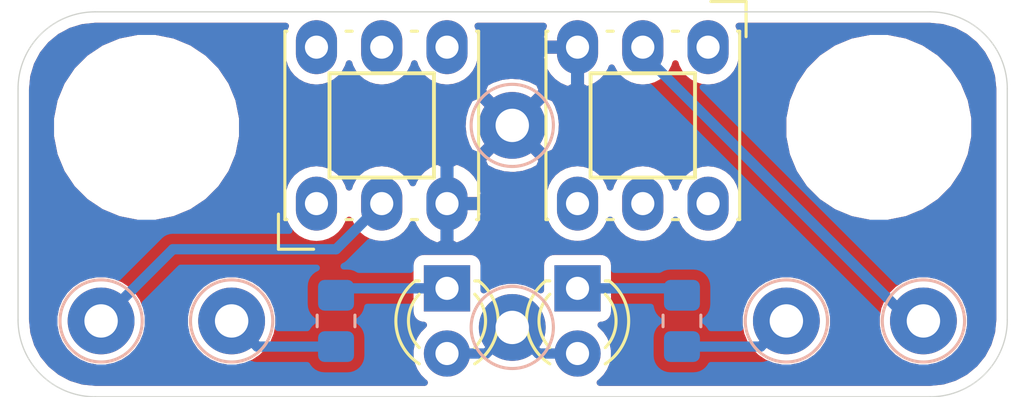
<source format=kicad_pcb>
(kicad_pcb (version 20171130) (host pcbnew 5.1.9+dfsg1-1)

  (general
    (thickness 1.6)
    (drawings 8)
    (tracks 18)
    (zones 0)
    (modules 14)
    (nets 9)
  )

  (page User 200 105.004)
  (layers
    (0 F.Cu signal)
    (31 B.Cu signal)
    (32 B.Adhes user)
    (33 F.Adhes user)
    (34 B.Paste user)
    (35 F.Paste user)
    (36 B.SilkS user)
    (37 F.SilkS user)
    (38 B.Mask user)
    (39 F.Mask user)
    (40 Dwgs.User user hide)
    (41 Cmts.User user hide)
    (42 Eco1.User user)
    (43 Eco2.User user)
    (44 Edge.Cuts user)
    (45 Margin user)
    (46 B.CrtYd user)
    (47 F.CrtYd user)
    (48 B.Fab user hide)
    (49 F.Fab user hide)
  )

  (setup
    (last_trace_width 0.4)
    (user_trace_width 0.3)
    (user_trace_width 0.4)
    (trace_clearance 0.2)
    (zone_clearance 0.4)
    (zone_45_only no)
    (trace_min 0.2)
    (via_size 0.8)
    (via_drill 0.4)
    (via_min_size 0.4)
    (via_min_drill 0.3)
    (uvia_size 0.3)
    (uvia_drill 0.1)
    (uvias_allowed no)
    (uvia_min_size 0.2)
    (uvia_min_drill 0.1)
    (edge_width 0.05)
    (segment_width 0.2)
    (pcb_text_width 0.3)
    (pcb_text_size 1.5 1.5)
    (mod_edge_width 0.12)
    (mod_text_size 1 1)
    (mod_text_width 0.15)
    (pad_size 1.524 1.524)
    (pad_drill 0.762)
    (pad_to_mask_clearance 0)
    (aux_axis_origin 0 0)
    (visible_elements FFFFFF7F)
    (pcbplotparams
      (layerselection 0x010fc_ffffffff)
      (usegerberextensions false)
      (usegerberattributes true)
      (usegerberadvancedattributes true)
      (creategerberjobfile true)
      (excludeedgelayer true)
      (linewidth 0.100000)
      (plotframeref false)
      (viasonmask false)
      (mode 1)
      (useauxorigin false)
      (hpglpennumber 1)
      (hpglpenspeed 20)
      (hpglpendiameter 15.000000)
      (psnegative false)
      (psa4output false)
      (plotreference true)
      (plotvalue true)
      (plotinvisibletext false)
      (padsonsilk false)
      (subtractmaskfromsilk false)
      (outputformat 1)
      (mirror false)
      (drillshape 1)
      (scaleselection 1)
      (outputdirectory ""))
  )

  (net 0 "")
  (net 1 GND)
  (net 2 "Net-(CINPUT1-Pad1)")
  (net 3 "Net-(COUTPUT1-Pad1)")
  (net 4 VCC)
  (net 5 "Net-(D2-Pad1)")
  (net 6 "Net-(CINPUT2-Pad1)")
  (net 7 "Net-(COUTPUT2-Pad1)")
  (net 8 "Net-(D1-Pad1)")

  (net_class Default "This is the default net class."
    (clearance 0.2)
    (trace_width 0.25)
    (via_dia 0.8)
    (via_drill 0.4)
    (uvia_dia 0.3)
    (uvia_drill 0.1)
    (add_net GND)
    (add_net "Net-(CINPUT1-Pad1)")
    (add_net "Net-(CINPUT2-Pad1)")
    (add_net "Net-(COUTPUT1-Pad1)")
    (add_net "Net-(COUTPUT2-Pad1)")
    (add_net "Net-(D1-Pad1)")
    (add_net "Net-(D2-Pad1)")
    (add_net "Net-(SW1-Pad1)")
    (add_net "Net-(SW1-Pad4)")
    (add_net "Net-(SW1-Pad5)")
    (add_net "Net-(SW1-Pad6)")
    (add_net "Net-(SW2-Pad1)")
    (add_net "Net-(SW2-Pad4)")
    (add_net "Net-(SW2-Pad5)")
    (add_net "Net-(SW2-Pad6)")
    (add_net VCC)
  )

  (module Resistor_SMD:R_0805_2012Metric_Pad1.20x1.40mm_HandSolder (layer B.Cu) (tedit 5F68FEEE) (tstamp 61889548)
    (at 100.838 34.544 270)
    (descr "Resistor SMD 0805 (2012 Metric), square (rectangular) end terminal, IPC_7351 nominal with elongated pad for handsoldering. (Body size source: IPC-SM-782 page 72, https://www.pcb-3d.com/wordpress/wp-content/uploads/ipc-sm-782a_amendment_1_and_2.pdf), generated with kicad-footprint-generator")
    (tags "resistor handsolder")
    (path /61880209)
    (attr smd)
    (fp_text reference R1 (at -2.794 0 90) (layer B.SilkS) hide
      (effects (font (size 1 1) (thickness 0.15)) (justify mirror))
    )
    (fp_text value 1k (at 0 -1.65 90) (layer B.Fab)
      (effects (font (size 1 1) (thickness 0.15)) (justify mirror))
    )
    (fp_line (start -1 -0.625) (end -1 0.625) (layer B.Fab) (width 0.1))
    (fp_line (start -1 0.625) (end 1 0.625) (layer B.Fab) (width 0.1))
    (fp_line (start 1 0.625) (end 1 -0.625) (layer B.Fab) (width 0.1))
    (fp_line (start 1 -0.625) (end -1 -0.625) (layer B.Fab) (width 0.1))
    (fp_line (start -0.227064 0.735) (end 0.227064 0.735) (layer B.SilkS) (width 0.12))
    (fp_line (start -0.227064 -0.735) (end 0.227064 -0.735) (layer B.SilkS) (width 0.12))
    (fp_line (start -1.85 -0.95) (end -1.85 0.95) (layer B.CrtYd) (width 0.05))
    (fp_line (start -1.85 0.95) (end 1.85 0.95) (layer B.CrtYd) (width 0.05))
    (fp_line (start 1.85 0.95) (end 1.85 -0.95) (layer B.CrtYd) (width 0.05))
    (fp_line (start 1.85 -0.95) (end -1.85 -0.95) (layer B.CrtYd) (width 0.05))
    (fp_text user %R (at 0 0 90) (layer B.Fab)
      (effects (font (size 0.5 0.5) (thickness 0.08)) (justify mirror))
    )
    (pad 2 smd roundrect (at 1 0 270) (size 1.2 1.4) (layers B.Cu B.Paste B.Mask) (roundrect_rratio 0.208333)
      (net 2 "Net-(CINPUT1-Pad1)"))
    (pad 1 smd roundrect (at -1 0 270) (size 1.2 1.4) (layers B.Cu B.Paste B.Mask) (roundrect_rratio 0.208333)
      (net 8 "Net-(D1-Pad1)"))
    (model ${KISYS3DMOD}/Resistor_SMD.3dshapes/R_0805_2012Metric.wrl
      (at (xyz 0 0 0))
      (scale (xyz 1 1 1))
      (rotate (xyz 0 0 0))
    )
  )

  (module LED_THT:LED_D3.0mm (layer F.Cu) (tedit 587A3A7B) (tstamp 618894FD)
    (at 96.774 33.274 270)
    (descr "LED, diameter 3.0mm, 2 pins")
    (tags "LED diameter 3.0mm 2 pins")
    (path /6187E726)
    (fp_text reference D1 (at 1.27 -3.048 90) (layer F.SilkS) hide
      (effects (font (size 1 1) (thickness 0.15)))
    )
    (fp_text value LED (at 1.27 2.96 90) (layer F.Fab)
      (effects (font (size 1 1) (thickness 0.15)))
    )
    (fp_circle (center 1.27 0) (end 2.77 0) (layer F.Fab) (width 0.1))
    (fp_line (start -0.23 -1.16619) (end -0.23 1.16619) (layer F.Fab) (width 0.1))
    (fp_line (start -0.29 -1.236) (end -0.29 -1.08) (layer F.SilkS) (width 0.12))
    (fp_line (start -0.29 1.08) (end -0.29 1.236) (layer F.SilkS) (width 0.12))
    (fp_line (start -1.15 -2.25) (end -1.15 2.25) (layer F.CrtYd) (width 0.05))
    (fp_line (start -1.15 2.25) (end 3.7 2.25) (layer F.CrtYd) (width 0.05))
    (fp_line (start 3.7 2.25) (end 3.7 -2.25) (layer F.CrtYd) (width 0.05))
    (fp_line (start 3.7 -2.25) (end -1.15 -2.25) (layer F.CrtYd) (width 0.05))
    (fp_arc (start 1.27 0) (end 0.229039 1.08) (angle -87.9) (layer F.SilkS) (width 0.12))
    (fp_arc (start 1.27 0) (end 0.229039 -1.08) (angle 87.9) (layer F.SilkS) (width 0.12))
    (fp_arc (start 1.27 0) (end -0.29 1.235516) (angle -108.8) (layer F.SilkS) (width 0.12))
    (fp_arc (start 1.27 0) (end -0.29 -1.235516) (angle 108.8) (layer F.SilkS) (width 0.12))
    (fp_arc (start 1.27 0) (end -0.23 -1.16619) (angle 284.3) (layer F.Fab) (width 0.1))
    (pad 2 thru_hole circle (at 2.54 0 270) (size 1.8 1.8) (drill 0.9) (layers *.Cu *.Mask)
      (net 4 VCC))
    (pad 1 thru_hole rect (at 0 0 270) (size 1.8 1.8) (drill 0.9) (layers *.Cu *.Mask)
      (net 8 "Net-(D1-Pad1)"))
    (model ${KISYS3DMOD}/LED_THT.3dshapes/LED_D3.0mm.wrl
      (at (xyz 0 0 0))
      (scale (xyz 1 1 1))
      (rotate (xyz 0 0 0))
    )
  )

  (module Switch_KMZ:KLS7 (layer F.Cu) (tedit 61882A3D) (tstamp 61BCF24C)
    (at 99.314 26.924 270)
    (path /61BDCEB1)
    (fp_text reference SW2 (at 0 4.826 90) (layer F.SilkS) hide
      (effects (font (size 1 1) (thickness 0.15)))
    )
    (fp_text value SW_Push_DPDT (at 0 -4.826 90) (layer F.Fab)
      (effects (font (size 1 1) (thickness 0.15)))
    )
    (fp_line (start 4.572 -3.9) (end -4.572 -3.9) (layer F.CrtYd) (width 0.05))
    (fp_line (start -3.67 3.77) (end 3.67 3.77) (layer F.SilkS) (width 0.12))
    (fp_line (start -3.67 1.15) (end -3.67 1.39) (layer F.SilkS) (width 0.12))
    (fp_line (start -4.826 -4.02) (end -3.456 -4.02) (layer F.SilkS) (width 0.12))
    (fp_line (start 3.67 -3.77) (end 3.67 -3.69) (layer F.SilkS) (width 0.12))
    (fp_line (start -3.556 -3.65) (end 3.55 -3.65) (layer F.Fab) (width 0.1))
    (fp_line (start -3.67 3.69) (end -3.67 3.77) (layer F.SilkS) (width 0.12))
    (fp_line (start -3.67 -1.39) (end -3.67 -1.15) (layer F.SilkS) (width 0.12))
    (fp_line (start 3.67 3.77) (end 3.67 3.69) (layer F.SilkS) (width 0.12))
    (fp_line (start 3.67 -1.39) (end 3.67 -1.15) (layer F.SilkS) (width 0.12))
    (fp_line (start -3.67 -3.77) (end 3.67 -3.77) (layer F.SilkS) (width 0.12))
    (fp_line (start -3.67 -3.69) (end -3.67 -3.77) (layer F.SilkS) (width 0.12))
    (fp_line (start 3.67 1.15) (end 3.67 1.39) (layer F.SilkS) (width 0.12))
    (fp_line (start -4.826 -2.65) (end -4.826 -4.02) (layer F.SilkS) (width 0.12))
    (fp_line (start -4.572 3.9) (end 4.572 3.9) (layer F.CrtYd) (width 0.05))
    (fp_line (start 3.55 3.65) (end -3.55 3.65) (layer F.Fab) (width 0.1))
    (fp_line (start 3.55 -3.65) (end 3.55 3.65) (layer F.Fab) (width 0.1))
    (fp_line (start 4.572 3.9) (end 4.572 -3.9) (layer F.CrtYd) (width 0.05))
    (fp_line (start -3.55 3.65) (end -3.55 -3.556) (layer F.Fab) (width 0.1))
    (fp_line (start -4.572 -3.9) (end -4.572 3.9) (layer F.CrtYd) (width 0.05))
    (fp_line (start -2.032 -2.032) (end -2.032 2.032) (layer F.SilkS) (width 0.15))
    (fp_line (start -2.032 2.032) (end 2.032 2.032) (layer F.SilkS) (width 0.15))
    (fp_line (start 2.032 2.032) (end 2.032 -2.032) (layer F.SilkS) (width 0.15))
    (fp_line (start 2.032 -2.032) (end -2.032 -2.032) (layer F.SilkS) (width 0.15))
    (pad 6 thru_hole oval (at 3.048 0 270) (size 2.1 1.6) (drill 0.9) (layers *.Cu *.Mask))
    (pad 4 thru_hole oval (at 3.048 2.54 270) (size 2.1 1.6) (drill 0.9) (layers *.Cu *.Mask))
    (pad 2 thru_hole oval (at -3.048 2.54 270) (size 2.1 1.6) (drill 0.9) (layers *.Cu *.Mask)
      (net 1 GND))
    (pad 1 thru_hole oval (at -3.048 -2.54 270) (size 2.1 1.6) (drill 0.9) (layers *.Cu *.Mask))
    (pad 3 thru_hole oval (at -3.048 0 270) (size 2.1 1.6) (drill 0.9) (layers *.Cu *.Mask)
      (net 7 "Net-(COUTPUT2-Pad1)"))
    (pad 5 thru_hole oval (at 3.048 -2.54 270) (size 2.1 1.6) (drill 0.9) (layers *.Cu *.Mask))
  )

  (module Switch_KMZ:KLS7 (layer F.Cu) (tedit 61882A3D) (tstamp 61BCF22A)
    (at 89.154 26.924 90)
    (path /61BCF24A)
    (fp_text reference SW1 (at 0 4.826 90) (layer F.SilkS) hide
      (effects (font (size 1 1) (thickness 0.15)))
    )
    (fp_text value SW_Push_DPDT (at 0 -4.826 90) (layer F.Fab)
      (effects (font (size 1 1) (thickness 0.15)))
    )
    (fp_line (start 4.572 -3.9) (end -4.572 -3.9) (layer F.CrtYd) (width 0.05))
    (fp_line (start -3.67 3.77) (end 3.67 3.77) (layer F.SilkS) (width 0.12))
    (fp_line (start -3.67 1.15) (end -3.67 1.39) (layer F.SilkS) (width 0.12))
    (fp_line (start -4.826 -4.02) (end -3.456 -4.02) (layer F.SilkS) (width 0.12))
    (fp_line (start 3.67 -3.77) (end 3.67 -3.69) (layer F.SilkS) (width 0.12))
    (fp_line (start -3.556 -3.65) (end 3.55 -3.65) (layer F.Fab) (width 0.1))
    (fp_line (start -3.67 3.69) (end -3.67 3.77) (layer F.SilkS) (width 0.12))
    (fp_line (start -3.67 -1.39) (end -3.67 -1.15) (layer F.SilkS) (width 0.12))
    (fp_line (start 3.67 3.77) (end 3.67 3.69) (layer F.SilkS) (width 0.12))
    (fp_line (start 3.67 -1.39) (end 3.67 -1.15) (layer F.SilkS) (width 0.12))
    (fp_line (start -3.67 -3.77) (end 3.67 -3.77) (layer F.SilkS) (width 0.12))
    (fp_line (start -3.67 -3.69) (end -3.67 -3.77) (layer F.SilkS) (width 0.12))
    (fp_line (start 3.67 1.15) (end 3.67 1.39) (layer F.SilkS) (width 0.12))
    (fp_line (start -4.826 -2.65) (end -4.826 -4.02) (layer F.SilkS) (width 0.12))
    (fp_line (start -4.572 3.9) (end 4.572 3.9) (layer F.CrtYd) (width 0.05))
    (fp_line (start 3.55 3.65) (end -3.55 3.65) (layer F.Fab) (width 0.1))
    (fp_line (start 3.55 -3.65) (end 3.55 3.65) (layer F.Fab) (width 0.1))
    (fp_line (start 4.572 3.9) (end 4.572 -3.9) (layer F.CrtYd) (width 0.05))
    (fp_line (start -3.55 3.65) (end -3.55 -3.556) (layer F.Fab) (width 0.1))
    (fp_line (start -4.572 -3.9) (end -4.572 3.9) (layer F.CrtYd) (width 0.05))
    (fp_line (start -2.032 -2.032) (end -2.032 2.032) (layer F.SilkS) (width 0.15))
    (fp_line (start -2.032 2.032) (end 2.032 2.032) (layer F.SilkS) (width 0.15))
    (fp_line (start 2.032 2.032) (end 2.032 -2.032) (layer F.SilkS) (width 0.15))
    (fp_line (start 2.032 -2.032) (end -2.032 -2.032) (layer F.SilkS) (width 0.15))
    (pad 6 thru_hole oval (at 3.048 0 90) (size 2.1 1.6) (drill 0.9) (layers *.Cu *.Mask))
    (pad 4 thru_hole oval (at 3.048 2.54 90) (size 2.1 1.6) (drill 0.9) (layers *.Cu *.Mask))
    (pad 2 thru_hole oval (at -3.048 2.54 90) (size 2.1 1.6) (drill 0.9) (layers *.Cu *.Mask)
      (net 1 GND))
    (pad 1 thru_hole oval (at -3.048 -2.54 90) (size 2.1 1.6) (drill 0.9) (layers *.Cu *.Mask))
    (pad 3 thru_hole oval (at -3.048 0 90) (size 2.1 1.6) (drill 0.9) (layers *.Cu *.Mask)
      (net 3 "Net-(COUTPUT1-Pad1)"))
    (pad 5 thru_hole oval (at 3.048 -2.54 90) (size 2.1 1.6) (drill 0.9) (layers *.Cu *.Mask))
  )

  (module Resistor_SMD:R_0805_2012Metric_Pad1.20x1.40mm_HandSolder (layer B.Cu) (tedit 5F68FEEE) (tstamp 61BCF208)
    (at 87.376 34.544 270)
    (descr "Resistor SMD 0805 (2012 Metric), square (rectangular) end terminal, IPC_7351 nominal with elongated pad for handsoldering. (Body size source: IPC-SM-782 page 72, https://www.pcb-3d.com/wordpress/wp-content/uploads/ipc-sm-782a_amendment_1_and_2.pdf), generated with kicad-footprint-generator")
    (tags "resistor handsolder")
    (path /61BEEDCF)
    (attr smd)
    (fp_text reference R2 (at 0 1.65 90) (layer B.SilkS) hide
      (effects (font (size 1 1) (thickness 0.15)) (justify mirror))
    )
    (fp_text value 1k (at 0 -1.65 90) (layer B.Fab)
      (effects (font (size 1 1) (thickness 0.15)) (justify mirror))
    )
    (fp_text user %R (at 0 0 90) (layer B.Fab)
      (effects (font (size 0.5 0.5) (thickness 0.08)) (justify mirror))
    )
    (fp_line (start -1 -0.625) (end -1 0.625) (layer B.Fab) (width 0.1))
    (fp_line (start -1 0.625) (end 1 0.625) (layer B.Fab) (width 0.1))
    (fp_line (start 1 0.625) (end 1 -0.625) (layer B.Fab) (width 0.1))
    (fp_line (start 1 -0.625) (end -1 -0.625) (layer B.Fab) (width 0.1))
    (fp_line (start -0.227064 0.735) (end 0.227064 0.735) (layer B.SilkS) (width 0.12))
    (fp_line (start -0.227064 -0.735) (end 0.227064 -0.735) (layer B.SilkS) (width 0.12))
    (fp_line (start -1.85 -0.95) (end -1.85 0.95) (layer B.CrtYd) (width 0.05))
    (fp_line (start -1.85 0.95) (end 1.85 0.95) (layer B.CrtYd) (width 0.05))
    (fp_line (start 1.85 0.95) (end 1.85 -0.95) (layer B.CrtYd) (width 0.05))
    (fp_line (start 1.85 -0.95) (end -1.85 -0.95) (layer B.CrtYd) (width 0.05))
    (pad 2 smd roundrect (at 1 0 270) (size 1.2 1.4) (layers B.Cu B.Paste B.Mask) (roundrect_rratio 0.208333)
      (net 6 "Net-(CINPUT2-Pad1)"))
    (pad 1 smd roundrect (at -1 0 270) (size 1.2 1.4) (layers B.Cu B.Paste B.Mask) (roundrect_rratio 0.208333)
      (net 5 "Net-(D2-Pad1)"))
    (model ${KISYS3DMOD}/Resistor_SMD.3dshapes/R_0805_2012Metric.wrl
      (at (xyz 0 0 0))
      (scale (xyz 1 1 1))
      (rotate (xyz 0 0 0))
    )
  )

  (module LED_THT:LED_D3.0mm (layer F.Cu) (tedit 587A3A7B) (tstamp 61BCF1BB)
    (at 91.694 33.274 270)
    (descr "LED, diameter 3.0mm, 2 pins")
    (tags "LED diameter 3.0mm 2 pins")
    (path /61BEEDC9)
    (fp_text reference D2 (at 1.27 -2.96 90) (layer F.SilkS) hide
      (effects (font (size 1 1) (thickness 0.15)))
    )
    (fp_text value LED (at 1.27 2.96 90) (layer F.Fab)
      (effects (font (size 1 1) (thickness 0.15)))
    )
    (fp_arc (start 1.27 0) (end 0.229039 1.08) (angle -87.9) (layer F.SilkS) (width 0.12))
    (fp_arc (start 1.27 0) (end 0.229039 -1.08) (angle 87.9) (layer F.SilkS) (width 0.12))
    (fp_arc (start 1.27 0) (end -0.29 1.235516) (angle -108.8) (layer F.SilkS) (width 0.12))
    (fp_arc (start 1.27 0) (end -0.29 -1.235516) (angle 108.8) (layer F.SilkS) (width 0.12))
    (fp_arc (start 1.27 0) (end -0.23 -1.16619) (angle 284.3) (layer F.Fab) (width 0.1))
    (fp_circle (center 1.27 0) (end 2.77 0) (layer F.Fab) (width 0.1))
    (fp_line (start -0.23 -1.16619) (end -0.23 1.16619) (layer F.Fab) (width 0.1))
    (fp_line (start -0.29 -1.236) (end -0.29 -1.08) (layer F.SilkS) (width 0.12))
    (fp_line (start -0.29 1.08) (end -0.29 1.236) (layer F.SilkS) (width 0.12))
    (fp_line (start -1.15 -2.25) (end -1.15 2.25) (layer F.CrtYd) (width 0.05))
    (fp_line (start -1.15 2.25) (end 3.7 2.25) (layer F.CrtYd) (width 0.05))
    (fp_line (start 3.7 2.25) (end 3.7 -2.25) (layer F.CrtYd) (width 0.05))
    (fp_line (start 3.7 -2.25) (end -1.15 -2.25) (layer F.CrtYd) (width 0.05))
    (pad 2 thru_hole circle (at 2.54 0 270) (size 1.8 1.8) (drill 0.9) (layers *.Cu *.Mask)
      (net 4 VCC))
    (pad 1 thru_hole rect (at 0 0 270) (size 1.8 1.8) (drill 0.9) (layers *.Cu *.Mask)
      (net 5 "Net-(D2-Pad1)"))
    (model ${KISYS3DMOD}/LED_THT.3dshapes/LED_D3.0mm.wrl
      (at (xyz 0 0 0))
      (scale (xyz 1 1 1))
      (rotate (xyz 0 0 0))
    )
  )

  (module Connector_Pin:Pin_D1.3mm_L11.0mm (layer B.Cu) (tedit 5A1DC085) (tstamp 61BCF196)
    (at 110.236 34.544)
    (descr "solder Pin_ diameter 1.3mm, hole diameter 1.3mm, length 11.0mm")
    (tags "solder Pin_ pressfit")
    (path /61BE9410)
    (fp_text reference COUTPUT2 (at 0 -2.4) (layer B.SilkS) hide
      (effects (font (size 1 1) (thickness 0.15)) (justify mirror))
    )
    (fp_text value pad (at 0 2.05) (layer B.Fab)
      (effects (font (size 1 1) (thickness 0.15)) (justify mirror))
    )
    (fp_text user %R (at 0 -2.4) (layer B.Fab)
      (effects (font (size 1 1) (thickness 0.15)) (justify mirror))
    )
    (fp_circle (center 0 0) (end 1.8 0) (layer B.CrtYd) (width 0.05))
    (fp_circle (center 0 0) (end 0.65 0.05) (layer B.Fab) (width 0.12))
    (fp_circle (center 0 0) (end 1.25 0.05) (layer B.Fab) (width 0.12))
    (fp_circle (center 0 0) (end 1.6 -0.05) (layer B.SilkS) (width 0.12))
    (pad 1 thru_hole circle (at 0 0) (size 2.6 2.6) (drill 1.3) (layers *.Cu *.Mask)
      (net 7 "Net-(COUTPUT2-Pad1)"))
    (model ${KISYS3DMOD}/Connector_Pin.3dshapes/Pin_D1.3mm_L11.0mm.wrl
      (at (xyz 0 0 0))
      (scale (xyz 1 1 1))
      (rotate (xyz 0 0 0))
    )
  )

  (module Connector_Pin:Pin_D1.3mm_L11.0mm (layer B.Cu) (tedit 5A1DC085) (tstamp 61BCF17A)
    (at 83.312 34.544)
    (descr "solder Pin_ diameter 1.3mm, hole diameter 1.3mm, length 11.0mm")
    (tags "solder Pin_ pressfit")
    (path /61BEEDDD)
    (fp_text reference CINPUT2 (at 0 -2.4) (layer B.SilkS) hide
      (effects (font (size 1 1) (thickness 0.15)) (justify mirror))
    )
    (fp_text value pad (at 0 2.05) (layer B.Fab)
      (effects (font (size 1 1) (thickness 0.15)) (justify mirror))
    )
    (fp_text user %R (at 0 -2.4) (layer B.Fab)
      (effects (font (size 1 1) (thickness 0.15)) (justify mirror))
    )
    (fp_circle (center 0 0) (end 1.8 0) (layer B.CrtYd) (width 0.05))
    (fp_circle (center 0 0) (end 0.65 0.05) (layer B.Fab) (width 0.12))
    (fp_circle (center 0 0) (end 1.25 0.05) (layer B.Fab) (width 0.12))
    (fp_circle (center 0 0) (end 1.6 -0.05) (layer B.SilkS) (width 0.12))
    (pad 1 thru_hole circle (at 0 0) (size 2.6 2.6) (drill 1.3) (layers *.Cu *.Mask)
      (net 6 "Net-(CINPUT2-Pad1)"))
    (model ${KISYS3DMOD}/Connector_Pin.3dshapes/Pin_D1.3mm_L11.0mm.wrl
      (at (xyz 0 0 0))
      (scale (xyz 1 1 1))
      (rotate (xyz 0 0 0))
    )
  )

  (module Connector_Pin:Pin_D1.3mm_L11.0mm (layer B.Cu) (tedit 5A1DC085) (tstamp 61BCF15E)
    (at 94.234 26.924)
    (descr "solder Pin_ diameter 1.3mm, hole diameter 1.3mm, length 11.0mm")
    (tags "solder Pin_ pressfit")
    (path /61BFB8DD)
    (fp_text reference C2 (at 0 -2.4) (layer B.SilkS) hide
      (effects (font (size 1 1) (thickness 0.15)) (justify mirror))
    )
    (fp_text value pad (at 0 2.05) (layer B.Fab)
      (effects (font (size 1 1) (thickness 0.15)) (justify mirror))
    )
    (fp_text user %R (at 0 -2.4) (layer B.Fab)
      (effects (font (size 1 1) (thickness 0.15)) (justify mirror))
    )
    (fp_circle (center 0 0) (end 1.8 0) (layer B.CrtYd) (width 0.05))
    (fp_circle (center 0 0) (end 0.65 0.05) (layer B.Fab) (width 0.12))
    (fp_circle (center 0 0) (end 1.25 0.05) (layer B.Fab) (width 0.12))
    (fp_circle (center 0 0) (end 1.6 -0.05) (layer B.SilkS) (width 0.12))
    (pad 1 thru_hole circle (at 0 0) (size 2.6 2.6) (drill 1.3) (layers *.Cu *.Mask)
      (net 1 GND))
    (model ${KISYS3DMOD}/Connector_Pin.3dshapes/Pin_D1.3mm_L11.0mm.wrl
      (at (xyz 0 0 0))
      (scale (xyz 1 1 1))
      (rotate (xyz 0 0 0))
    )
  )

  (module Connector_Pin:Pin_D1.3mm_L11.0mm (layer B.Cu) (tedit 5A1DC085) (tstamp 61BCF154)
    (at 94.234 34.798)
    (descr "solder Pin_ diameter 1.3mm, hole diameter 1.3mm, length 11.0mm")
    (tags "solder Pin_ pressfit")
    (path /61BF9432)
    (fp_text reference C1 (at 0 -2.4) (layer B.SilkS) hide
      (effects (font (size 1 1) (thickness 0.15)) (justify mirror))
    )
    (fp_text value pad (at 0 2.05) (layer B.Fab)
      (effects (font (size 1 1) (thickness 0.15)) (justify mirror))
    )
    (fp_text user %R (at 0 -2.4) (layer B.Fab)
      (effects (font (size 1 1) (thickness 0.15)) (justify mirror))
    )
    (fp_circle (center 0 0) (end 1.8 0) (layer B.CrtYd) (width 0.05))
    (fp_circle (center 0 0) (end 0.65 0.05) (layer B.Fab) (width 0.12))
    (fp_circle (center 0 0) (end 1.25 0.05) (layer B.Fab) (width 0.12))
    (fp_circle (center 0 0) (end 1.6 -0.05) (layer B.SilkS) (width 0.12))
    (pad 1 thru_hole circle (at 0 0) (size 2.6 2.6) (drill 1.3) (layers *.Cu *.Mask)
      (net 4 VCC))
    (model ${KISYS3DMOD}/Connector_Pin.3dshapes/Pin_D1.3mm_L11.0mm.wrl
      (at (xyz 0 0 0))
      (scale (xyz 1 1 1))
      (rotate (xyz 0 0 0))
    )
  )

  (module MountingHole:MountingHole_3.2mm_M3 (layer F.Cu) (tedit 56D1B4CB) (tstamp 61889A18)
    (at 108.5 27)
    (descr "Mounting Hole 3.2mm, no annular, M3")
    (tags "mounting hole 3.2mm no annular m3")
    (path /61886D3D)
    (clearance 2)
    (attr virtual)
    (fp_text reference H2 (at 0 -4.2) (layer F.SilkS) hide
      (effects (font (size 1 1) (thickness 0.15)))
    )
    (fp_text value MountingHole (at 0 4.2) (layer F.Fab)
      (effects (font (size 1 1) (thickness 0.15)))
    )
    (fp_circle (center 0 0) (end 3.2 0) (layer Cmts.User) (width 0.15))
    (fp_circle (center 0 0) (end 3.45 0) (layer F.CrtYd) (width 0.05))
    (fp_text user %R (at 0.3 0) (layer F.Fab)
      (effects (font (size 1 1) (thickness 0.15)))
    )
    (pad 1 np_thru_hole circle (at 0 0) (size 3.2 3.2) (drill 3.2) (layers *.Cu *.Mask))
  )

  (module MountingHole:MountingHole_3.2mm_M3 (layer F.Cu) (tedit 56D1B4CB) (tstamp 61889A10)
    (at 80 27 90)
    (descr "Mounting Hole 3.2mm, no annular, M3")
    (tags "mounting hole 3.2mm no annular m3")
    (path /61883B3D)
    (clearance 2)
    (attr virtual)
    (fp_text reference H1 (at 0 -4.2 90) (layer F.SilkS) hide
      (effects (font (size 1 1) (thickness 0.15)))
    )
    (fp_text value MountingHole (at 0 4.2 90) (layer F.Fab)
      (effects (font (size 1 1) (thickness 0.15)))
    )
    (fp_circle (center 0 0) (end 3.2 0) (layer Cmts.User) (width 0.15))
    (fp_circle (center 0 0) (end 3.45 0) (layer F.CrtYd) (width 0.05))
    (fp_text user %R (at 0.3 0 90) (layer F.Fab)
      (effects (font (size 1 1) (thickness 0.15)))
    )
    (pad 1 np_thru_hole circle (at 0 0 90) (size 3.2 3.2) (drill 3.2) (layers *.Cu *.Mask))
  )

  (module Connector_Pin:Pin_D1.3mm_L11.0mm (layer B.Cu) (tedit 5A1DC085) (tstamp 61BBADF0)
    (at 78.232 34.544)
    (descr "solder Pin_ diameter 1.3mm, hole diameter 1.3mm, length 11.0mm")
    (tags "solder Pin_ pressfit")
    (path /61887291)
    (fp_text reference COUTPUT1 (at 2.794 -1.778) (layer B.SilkS) hide
      (effects (font (size 1 1) (thickness 0.15)) (justify mirror))
    )
    (fp_text value pad (at 0 2.05) (layer B.Fab)
      (effects (font (size 1 1) (thickness 0.15)) (justify mirror))
    )
    (fp_circle (center 0 0) (end 1.8 0) (layer B.CrtYd) (width 0.05))
    (fp_circle (center 0 0) (end 0.65 0.05) (layer B.Fab) (width 0.12))
    (fp_circle (center 0 0) (end 1.25 0.05) (layer B.Fab) (width 0.12))
    (fp_circle (center 0 0) (end 1.6 -0.05) (layer B.SilkS) (width 0.12))
    (fp_text user %R (at 0 -2.4) (layer B.Fab)
      (effects (font (size 1 1) (thickness 0.15)) (justify mirror))
    )
    (pad 1 thru_hole circle (at 0 0) (size 2.6 2.6) (drill 1.3) (layers *.Cu *.Mask)
      (net 3 "Net-(COUTPUT1-Pad1)"))
    (model ${KISYS3DMOD}/Connector_Pin.3dshapes/Pin_D1.3mm_L11.0mm.wrl
      (at (xyz 0 0 0))
      (scale (xyz 1 1 1))
      (rotate (xyz 0 0 0))
    )
  )

  (module Connector_Pin:Pin_D1.3mm_L11.0mm (layer B.Cu) (tedit 5A1DC085) (tstamp 6188B87B)
    (at 104.902 34.544)
    (descr "solder Pin_ diameter 1.3mm, hole diameter 1.3mm, length 11.0mm")
    (tags "solder Pin_ pressfit")
    (path /61885982)
    (fp_text reference CINPUT1 (at 0 2.794) (layer B.SilkS) hide
      (effects (font (size 1 1) (thickness 0.15)) (justify mirror))
    )
    (fp_text value pad (at 0 2.05) (layer B.Fab)
      (effects (font (size 1 1) (thickness 0.15)) (justify mirror))
    )
    (fp_circle (center 0 0) (end 1.8 0) (layer B.CrtYd) (width 0.05))
    (fp_circle (center 0 0) (end 0.65 0.05) (layer B.Fab) (width 0.12))
    (fp_circle (center 0 0) (end 1.25 0.05) (layer B.Fab) (width 0.12))
    (fp_circle (center 0 0) (end 1.6 -0.05) (layer B.SilkS) (width 0.12))
    (fp_text user %R (at 0 -2.4) (layer B.Fab)
      (effects (font (size 1 1) (thickness 0.15)) (justify mirror))
    )
    (pad 1 thru_hole circle (at 0 0) (size 2.6 2.6) (drill 1.3) (layers *.Cu *.Mask)
      (net 2 "Net-(CINPUT1-Pad1)"))
    (model ${KISYS3DMOD}/Connector_Pin.3dshapes/Pin_D1.3mm_L11.0mm.wrl
      (at (xyz 0 0 0))
      (scale (xyz 1 1 1))
      (rotate (xyz 0 0 0))
    )
  )

  (gr_line (start 78 37.5) (end 110.5 37.5) (layer Edge.Cuts) (width 0.05) (tstamp 61889DC9))
  (gr_arc (start 78 34.5) (end 75 34.5) (angle -90) (layer Edge.Cuts) (width 0.05))
  (gr_arc (start 110.5 34.5) (end 110.5 37.5) (angle -90) (layer Edge.Cuts) (width 0.05))
  (gr_line (start 113.5 25.5) (end 113.5 34.5) (layer Edge.Cuts) (width 0.05))
  (gr_line (start 75 25.5) (end 75 34.5) (layer Edge.Cuts) (width 0.05))
  (gr_arc (start 110.5 25.5) (end 113.5 25.5) (angle -90) (layer Edge.Cuts) (width 0.05))
  (gr_arc (start 78 25.5) (end 78 22.5) (angle -90) (layer Edge.Cuts) (width 0.05))
  (gr_line (start 110.5 22.5) (end 78 22.5) (layer Edge.Cuts) (width 0.05))

  (segment (start 103.902 35.544) (end 104.902 34.544) (width 0.4) (layer B.Cu) (net 2))
  (segment (start 100.838 35.544) (end 103.902 35.544) (width 0.4) (layer B.Cu) (net 2))
  (segment (start 89.154 29.972) (end 87.376 31.75) (width 0.4) (layer B.Cu) (net 3))
  (segment (start 81.026 31.75) (end 78.232 34.544) (width 0.4) (layer B.Cu) (net 3))
  (segment (start 87.376 31.75) (end 81.026 31.75) (width 0.4) (layer B.Cu) (net 3))
  (segment (start 93.218 35.814) (end 94.234 34.798) (width 0.4) (layer B.Cu) (net 4))
  (segment (start 91.694 35.814) (end 93.218 35.814) (width 0.4) (layer B.Cu) (net 4))
  (segment (start 95.25 35.814) (end 94.234 34.798) (width 0.4) (layer B.Cu) (net 4))
  (segment (start 96.774 35.814) (end 95.25 35.814) (width 0.4) (layer B.Cu) (net 4))
  (segment (start 87.646 33.274) (end 87.376 33.544) (width 0.4) (layer B.Cu) (net 5))
  (segment (start 91.694 33.274) (end 87.646 33.274) (width 0.4) (layer B.Cu) (net 5))
  (segment (start 84.312 35.544) (end 83.312 34.544) (width 0.4) (layer B.Cu) (net 6))
  (segment (start 87.376 35.544) (end 84.312 35.544) (width 0.4) (layer B.Cu) (net 6))
  (segment (start 109.728 34.544) (end 110.236 34.544) (width 0.4) (layer B.Cu) (net 7))
  (segment (start 99.314 24.13) (end 109.728 34.544) (width 0.4) (layer B.Cu) (net 7))
  (segment (start 99.314 23.876) (end 99.314 24.13) (width 0.4) (layer B.Cu) (net 7))
  (segment (start 100.568 33.274) (end 100.838 33.544) (width 0.4) (layer B.Cu) (net 8))
  (segment (start 96.774 33.274) (end 100.568 33.274) (width 0.4) (layer B.Cu) (net 8))

  (zone (net 1) (net_name GND) (layer B.Cu) (tstamp 0) (hatch edge 0.508)
    (connect_pads (clearance 0.4))
    (min_thickness 0.254)
    (fill yes (arc_segments 32) (thermal_gap 0.508) (thermal_bridge_width 0.508))
    (polygon
      (pts
        (xy 113.5 37.5) (xy 75 37.5) (xy 75 22.5) (xy 113.5 22.5)
      )
    )
    (filled_polygon
      (pts
        (xy 85.382081 23.115723) (xy 85.306201 23.365864) (xy 85.287 23.560817) (xy 85.287 24.191184) (xy 85.306201 24.386137)
        (xy 85.382081 24.636278) (xy 85.505302 24.866808) (xy 85.671131 25.06887) (xy 85.873193 25.234698) (xy 86.103723 25.357919)
        (xy 86.353864 25.433799) (xy 86.614 25.45942) (xy 86.874137 25.433799) (xy 87.124278 25.357919) (xy 87.354808 25.234698)
        (xy 87.55687 25.06887) (xy 87.722698 24.866808) (xy 87.845919 24.636277) (xy 87.884 24.510742) (xy 87.922081 24.636278)
        (xy 88.045302 24.866808) (xy 88.211131 25.06887) (xy 88.413193 25.234698) (xy 88.643723 25.357919) (xy 88.893864 25.433799)
        (xy 89.154 25.45942) (xy 89.414137 25.433799) (xy 89.664278 25.357919) (xy 89.894808 25.234698) (xy 90.09687 25.06887)
        (xy 90.262698 24.866808) (xy 90.385919 24.636277) (xy 90.424 24.510742) (xy 90.462081 24.636278) (xy 90.585302 24.866808)
        (xy 90.751131 25.06887) (xy 90.953193 25.234698) (xy 91.183723 25.357919) (xy 91.433864 25.433799) (xy 91.694 25.45942)
        (xy 91.954137 25.433799) (xy 92.204278 25.357919) (xy 92.434808 25.234698) (xy 92.63687 25.06887) (xy 92.802698 24.866808)
        (xy 92.925919 24.636277) (xy 93.001799 24.386136) (xy 93.017191 24.229847) (xy 95.332065 24.229847) (xy 95.380031 24.509159)
        (xy 95.481566 24.773747) (xy 95.632769 25.013442) (xy 95.827829 25.219033) (xy 96.05925 25.382619) (xy 96.318138 25.497914)
        (xy 96.424961 25.517904) (xy 96.647 25.395915) (xy 96.647 24.003) (xy 95.492322 24.003) (xy 95.332065 24.229847)
        (xy 93.017191 24.229847) (xy 93.021 24.191183) (xy 93.021 23.560816) (xy 93.001799 23.365863) (xy 92.925919 23.115722)
        (xy 92.891859 23.052) (xy 95.453266 23.052) (xy 95.380031 23.242841) (xy 95.332065 23.522153) (xy 95.492322 23.749)
        (xy 96.647 23.749) (xy 96.647 23.729) (xy 96.901 23.729) (xy 96.901 23.749) (xy 96.921 23.749)
        (xy 96.921 24.003) (xy 96.901 24.003) (xy 96.901 25.395915) (xy 97.123039 25.517904) (xy 97.229862 25.497914)
        (xy 97.48875 25.382619) (xy 97.720171 25.219033) (xy 97.915231 25.013442) (xy 98.066434 24.773747) (xy 98.103681 24.676687)
        (xy 98.205302 24.866807) (xy 98.37113 25.06887) (xy 98.573192 25.234698) (xy 98.803722 25.357919) (xy 99.053863 25.433799)
        (xy 99.314 25.45942) (xy 99.574136 25.433799) (xy 99.586052 25.430184) (xy 108.427403 34.271536) (xy 108.409 34.364056)
        (xy 108.409 34.723944) (xy 108.479211 35.076916) (xy 108.616934 35.409409) (xy 108.816876 35.708645) (xy 109.071355 35.963124)
        (xy 109.370591 36.163066) (xy 109.703084 36.300789) (xy 110.056056 36.371) (xy 110.415944 36.371) (xy 110.768916 36.300789)
        (xy 111.101409 36.163066) (xy 111.400645 35.963124) (xy 111.655124 35.708645) (xy 111.855066 35.409409) (xy 111.992789 35.076916)
        (xy 112.063 34.723944) (xy 112.063 34.364056) (xy 111.992789 34.011084) (xy 111.855066 33.678591) (xy 111.655124 33.379355)
        (xy 111.400645 33.124876) (xy 111.101409 32.924934) (xy 110.768916 32.787211) (xy 110.415944 32.717) (xy 110.056056 32.717)
        (xy 109.703084 32.787211) (xy 109.370591 32.924934) (xy 109.230603 33.01847) (xy 102.845056 26.632923) (xy 104.773 26.632923)
        (xy 104.773 27.367077) (xy 104.916227 28.087126) (xy 105.197176 28.765396) (xy 105.60505 29.375824) (xy 106.124176 29.89495)
        (xy 106.734604 30.302824) (xy 107.412874 30.583773) (xy 108.132923 30.727) (xy 108.867077 30.727) (xy 109.587126 30.583773)
        (xy 110.265396 30.302824) (xy 110.875824 29.89495) (xy 111.39495 29.375824) (xy 111.802824 28.765396) (xy 112.083773 28.087126)
        (xy 112.227 27.367077) (xy 112.227 26.632923) (xy 112.083773 25.912874) (xy 111.802824 25.234604) (xy 111.39495 24.624176)
        (xy 110.875824 24.10505) (xy 110.265396 23.697176) (xy 109.587126 23.416227) (xy 108.867077 23.273) (xy 108.132923 23.273)
        (xy 107.412874 23.416227) (xy 106.734604 23.697176) (xy 106.124176 24.10505) (xy 105.60505 24.624176) (xy 105.197176 25.234604)
        (xy 104.916227 25.912874) (xy 104.773 26.632923) (xy 102.845056 26.632923) (xy 101.65162 25.439487) (xy 101.854 25.45942)
        (xy 102.114136 25.433799) (xy 102.364277 25.357919) (xy 102.594807 25.234698) (xy 102.79687 25.06887) (xy 102.962698 24.866808)
        (xy 103.085919 24.636278) (xy 103.161799 24.386137) (xy 103.181 24.191184) (xy 103.181 23.560817) (xy 103.161799 23.365864)
        (xy 103.085919 23.115723) (xy 103.051858 23.052) (xy 110.473008 23.052) (xy 110.974972 23.101219) (xy 111.431851 23.239158)
        (xy 111.853239 23.463214) (xy 112.223079 23.764849) (xy 112.52729 24.132575) (xy 112.754281 24.552389) (xy 112.895407 25.008292)
        (xy 112.948 25.508678) (xy 112.948001 34.472988) (xy 112.898782 34.974968) (xy 112.760842 35.431851) (xy 112.536788 35.853236)
        (xy 112.235151 36.22308) (xy 111.867425 36.52729) (xy 111.447615 36.754279) (xy 110.991709 36.895407) (xy 110.491321 36.948)
        (xy 97.645383 36.948) (xy 97.68366 36.922424) (xy 97.882424 36.72366) (xy 98.038591 36.489938) (xy 98.146162 36.230241)
        (xy 98.201 35.954547) (xy 98.201 35.673453) (xy 98.146162 35.397759) (xy 98.038591 35.138062) (xy 97.882424 34.90434)
        (xy 97.68366 34.705576) (xy 97.679775 34.70298) (xy 97.77731 34.693374) (xy 97.87665 34.663239) (xy 97.968202 34.614304)
        (xy 98.048448 34.548448) (xy 98.114304 34.468202) (xy 98.163239 34.37665) (xy 98.193374 34.27731) (xy 98.203549 34.174)
        (xy 98.203549 34.001) (xy 99.61899 34.001) (xy 99.62343 34.046083) (xy 99.667791 34.192321) (xy 99.739829 34.327095)
        (xy 99.836775 34.445225) (xy 99.954905 34.542171) (xy 99.958327 34.544) (xy 99.954905 34.545829) (xy 99.836775 34.642775)
        (xy 99.739829 34.760905) (xy 99.667791 34.895679) (xy 99.62343 35.041917) (xy 99.608451 35.193999) (xy 99.608451 35.894001)
        (xy 99.62343 36.046083) (xy 99.667791 36.192321) (xy 99.739829 36.327095) (xy 99.836775 36.445225) (xy 99.954905 36.542171)
        (xy 100.089679 36.614209) (xy 100.235917 36.65857) (xy 100.387999 36.673549) (xy 101.288001 36.673549) (xy 101.440083 36.65857)
        (xy 101.586321 36.614209) (xy 101.721095 36.542171) (xy 101.839225 36.445225) (xy 101.936171 36.327095) (xy 101.966154 36.271)
        (xy 103.866292 36.271) (xy 103.902 36.274517) (xy 104.044517 36.26048) (xy 104.1757 36.220687) (xy 104.369084 36.300789)
        (xy 104.722056 36.371) (xy 105.081944 36.371) (xy 105.434916 36.300789) (xy 105.767409 36.163066) (xy 106.066645 35.963124)
        (xy 106.321124 35.708645) (xy 106.521066 35.409409) (xy 106.658789 35.076916) (xy 106.729 34.723944) (xy 106.729 34.364056)
        (xy 106.658789 34.011084) (xy 106.521066 33.678591) (xy 106.321124 33.379355) (xy 106.066645 33.124876) (xy 105.767409 32.924934)
        (xy 105.434916 32.787211) (xy 105.081944 32.717) (xy 104.722056 32.717) (xy 104.369084 32.787211) (xy 104.036591 32.924934)
        (xy 103.737355 33.124876) (xy 103.482876 33.379355) (xy 103.282934 33.678591) (xy 103.145211 34.011084) (xy 103.075 34.364056)
        (xy 103.075 34.723944) (xy 103.09351 34.817) (xy 101.966154 34.817) (xy 101.936171 34.760905) (xy 101.839225 34.642775)
        (xy 101.721095 34.545829) (xy 101.717673 34.544) (xy 101.721095 34.542171) (xy 101.839225 34.445225) (xy 101.936171 34.327095)
        (xy 102.008209 34.192321) (xy 102.05257 34.046083) (xy 102.067549 33.894001) (xy 102.067549 33.193999) (xy 102.05257 33.041917)
        (xy 102.008209 32.895679) (xy 101.936171 32.760905) (xy 101.839225 32.642775) (xy 101.721095 32.545829) (xy 101.586321 32.473791)
        (xy 101.440083 32.42943) (xy 101.288001 32.414451) (xy 100.387999 32.414451) (xy 100.235917 32.42943) (xy 100.089679 32.473791)
        (xy 99.954905 32.545829) (xy 99.953478 32.547) (xy 98.203549 32.547) (xy 98.203549 32.374) (xy 98.193374 32.27069)
        (xy 98.163239 32.17135) (xy 98.114304 32.079798) (xy 98.048448 31.999552) (xy 97.968202 31.933696) (xy 97.87665 31.884761)
        (xy 97.77731 31.854626) (xy 97.674 31.844451) (xy 95.874 31.844451) (xy 95.77069 31.854626) (xy 95.67135 31.884761)
        (xy 95.579798 31.933696) (xy 95.499552 31.999552) (xy 95.433696 32.079798) (xy 95.384761 32.17135) (xy 95.354626 32.27069)
        (xy 95.344451 32.374) (xy 95.344451 33.342665) (xy 95.099409 33.178934) (xy 94.766916 33.041211) (xy 94.413944 32.971)
        (xy 94.054056 32.971) (xy 93.701084 33.041211) (xy 93.368591 33.178934) (xy 93.123549 33.342665) (xy 93.123549 32.374)
        (xy 93.113374 32.27069) (xy 93.083239 32.17135) (xy 93.034304 32.079798) (xy 92.968448 31.999552) (xy 92.888202 31.933696)
        (xy 92.79665 31.884761) (xy 92.69731 31.854626) (xy 92.594 31.844451) (xy 90.794 31.844451) (xy 90.69069 31.854626)
        (xy 90.59135 31.884761) (xy 90.499798 31.933696) (xy 90.419552 31.999552) (xy 90.353696 32.079798) (xy 90.304761 32.17135)
        (xy 90.274626 32.27069) (xy 90.264451 32.374) (xy 90.264451 32.547) (xy 88.260522 32.547) (xy 88.259095 32.545829)
        (xy 88.124321 32.473791) (xy 87.978083 32.42943) (xy 87.826001 32.414451) (xy 87.675124 32.414451) (xy 87.781853 32.357403)
        (xy 87.892554 32.266554) (xy 87.915325 32.238807) (xy 88.687066 31.467067) (xy 88.893864 31.529799) (xy 89.154 31.55542)
        (xy 89.414137 31.529799) (xy 89.664278 31.453919) (xy 89.894808 31.330698) (xy 90.09687 31.16487) (xy 90.262698 30.962808)
        (xy 90.364319 30.772687) (xy 90.401566 30.869747) (xy 90.552769 31.109442) (xy 90.747829 31.315033) (xy 90.97925 31.478619)
        (xy 91.238138 31.593914) (xy 91.344961 31.613904) (xy 91.567 31.491915) (xy 91.567 30.099) (xy 91.821 30.099)
        (xy 91.821 31.491915) (xy 92.043039 31.613904) (xy 92.149862 31.593914) (xy 92.40875 31.478619) (xy 92.640171 31.315033)
        (xy 92.835231 31.109442) (xy 92.986434 30.869747) (xy 93.087969 30.605159) (xy 93.135935 30.325847) (xy 92.975678 30.099)
        (xy 91.821 30.099) (xy 91.567 30.099) (xy 91.547 30.099) (xy 91.547 29.845) (xy 91.567 29.845)
        (xy 91.567 28.452085) (xy 91.821 28.452085) (xy 91.821 29.845) (xy 92.975678 29.845) (xy 93.108621 29.656816)
        (xy 95.447 29.656816) (xy 95.447 30.287183) (xy 95.466201 30.482136) (xy 95.542081 30.732277) (xy 95.665302 30.962807)
        (xy 95.83113 31.16487) (xy 96.033192 31.330698) (xy 96.263722 31.453919) (xy 96.513863 31.529799) (xy 96.774 31.55542)
        (xy 97.034136 31.529799) (xy 97.284277 31.453919) (xy 97.514807 31.330698) (xy 97.71687 31.16487) (xy 97.882698 30.962808)
        (xy 98.005919 30.732278) (xy 98.044 30.606742) (xy 98.082081 30.732277) (xy 98.205302 30.962807) (xy 98.37113 31.16487)
        (xy 98.573192 31.330698) (xy 98.803722 31.453919) (xy 99.053863 31.529799) (xy 99.314 31.55542) (xy 99.574136 31.529799)
        (xy 99.824277 31.453919) (xy 100.054807 31.330698) (xy 100.25687 31.16487) (xy 100.422698 30.962808) (xy 100.545919 30.732278)
        (xy 100.584 30.606742) (xy 100.622081 30.732277) (xy 100.745302 30.962807) (xy 100.91113 31.16487) (xy 101.113192 31.330698)
        (xy 101.343722 31.453919) (xy 101.593863 31.529799) (xy 101.854 31.55542) (xy 102.114136 31.529799) (xy 102.364277 31.453919)
        (xy 102.594807 31.330698) (xy 102.79687 31.16487) (xy 102.962698 30.962808) (xy 103.085919 30.732278) (xy 103.161799 30.482137)
        (xy 103.181 30.287184) (xy 103.181 29.656817) (xy 103.161799 29.461864) (xy 103.085919 29.211723) (xy 102.962698 28.981192)
        (xy 102.79687 28.77913) (xy 102.594808 28.613302) (xy 102.364278 28.490081) (xy 102.114137 28.414201) (xy 101.854 28.38858)
        (xy 101.593864 28.414201) (xy 101.343723 28.490081) (xy 101.113193 28.613302) (xy 100.911131 28.77913) (xy 100.745302 28.981192)
        (xy 100.622081 29.211722) (xy 100.584 29.337258) (xy 100.545919 29.211723) (xy 100.422698 28.981192) (xy 100.25687 28.77913)
        (xy 100.054808 28.613302) (xy 99.824278 28.490081) (xy 99.574137 28.414201) (xy 99.314 28.38858) (xy 99.053864 28.414201)
        (xy 98.803723 28.490081) (xy 98.573193 28.613302) (xy 98.371131 28.77913) (xy 98.205302 28.981192) (xy 98.082081 29.211722)
        (xy 98.044 29.337258) (xy 98.005919 29.211723) (xy 97.882698 28.981192) (xy 97.71687 28.77913) (xy 97.514808 28.613302)
        (xy 97.284278 28.490081) (xy 97.034137 28.414201) (xy 96.774 28.38858) (xy 96.513864 28.414201) (xy 96.263723 28.490081)
        (xy 96.033193 28.613302) (xy 95.831131 28.77913) (xy 95.665302 28.981192) (xy 95.542081 29.211722) (xy 95.466201 29.461863)
        (xy 95.447 29.656816) (xy 93.108621 29.656816) (xy 93.135935 29.618153) (xy 93.087969 29.338841) (xy 92.986434 29.074253)
        (xy 92.835231 28.834558) (xy 92.640171 28.628967) (xy 92.40875 28.465381) (xy 92.149862 28.350086) (xy 92.043039 28.330096)
        (xy 91.821 28.452085) (xy 91.567 28.452085) (xy 91.344961 28.330096) (xy 91.238138 28.350086) (xy 90.97925 28.465381)
        (xy 90.747829 28.628967) (xy 90.552769 28.834558) (xy 90.401566 29.074253) (xy 90.36432 29.171313) (xy 90.262698 28.981192)
        (xy 90.09687 28.77913) (xy 89.894807 28.613302) (xy 89.664277 28.490081) (xy 89.414136 28.414201) (xy 89.154 28.38858)
        (xy 88.893863 28.414201) (xy 88.643722 28.490081) (xy 88.413192 28.613302) (xy 88.21113 28.77913) (xy 88.045302 28.981193)
        (xy 87.922081 29.211723) (xy 87.884 29.337258) (xy 87.845919 29.211722) (xy 87.722698 28.981192) (xy 87.55687 28.77913)
        (xy 87.354807 28.613302) (xy 87.124277 28.490081) (xy 86.874136 28.414201) (xy 86.614 28.38858) (xy 86.353863 28.414201)
        (xy 86.103722 28.490081) (xy 85.873192 28.613302) (xy 85.67113 28.77913) (xy 85.505302 28.981193) (xy 85.382081 29.211723)
        (xy 85.306201 29.461864) (xy 85.287 29.656817) (xy 85.287 30.287184) (xy 85.306201 30.482137) (xy 85.382081 30.732278)
        (xy 85.505302 30.962808) (xy 85.554701 31.023) (xy 81.061708 31.023) (xy 81.026 31.019483) (xy 80.883482 31.03352)
        (xy 80.746443 31.07509) (xy 80.620147 31.142597) (xy 80.509446 31.233446) (xy 80.486683 31.261183) (xy 78.903325 32.844542)
        (xy 78.764916 32.787211) (xy 78.411944 32.717) (xy 78.052056 32.717) (xy 77.699084 32.787211) (xy 77.366591 32.924934)
        (xy 77.067355 33.124876) (xy 76.812876 33.379355) (xy 76.612934 33.678591) (xy 76.475211 34.011084) (xy 76.405 34.364056)
        (xy 76.405 34.723944) (xy 76.475211 35.076916) (xy 76.612934 35.409409) (xy 76.812876 35.708645) (xy 77.067355 35.963124)
        (xy 77.366591 36.163066) (xy 77.699084 36.300789) (xy 78.052056 36.371) (xy 78.411944 36.371) (xy 78.764916 36.300789)
        (xy 79.097409 36.163066) (xy 79.396645 35.963124) (xy 79.651124 35.708645) (xy 79.851066 35.409409) (xy 79.988789 35.076916)
        (xy 80.059 34.723944) (xy 80.059 34.364056) (xy 79.988789 34.011084) (xy 79.931458 33.872675) (xy 81.327134 32.477)
        (xy 86.621675 32.477) (xy 86.492905 32.545829) (xy 86.374775 32.642775) (xy 86.277829 32.760905) (xy 86.205791 32.895679)
        (xy 86.16143 33.041917) (xy 86.146451 33.193999) (xy 86.146451 33.894001) (xy 86.16143 34.046083) (xy 86.205791 34.192321)
        (xy 86.277829 34.327095) (xy 86.374775 34.445225) (xy 86.492905 34.542171) (xy 86.496327 34.544) (xy 86.492905 34.545829)
        (xy 86.374775 34.642775) (xy 86.277829 34.760905) (xy 86.247846 34.817) (xy 85.12049 34.817) (xy 85.139 34.723944)
        (xy 85.139 34.364056) (xy 85.068789 34.011084) (xy 84.931066 33.678591) (xy 84.731124 33.379355) (xy 84.476645 33.124876)
        (xy 84.177409 32.924934) (xy 83.844916 32.787211) (xy 83.491944 32.717) (xy 83.132056 32.717) (xy 82.779084 32.787211)
        (xy 82.446591 32.924934) (xy 82.147355 33.124876) (xy 81.892876 33.379355) (xy 81.692934 33.678591) (xy 81.555211 34.011084)
        (xy 81.485 34.364056) (xy 81.485 34.723944) (xy 81.555211 35.076916) (xy 81.692934 35.409409) (xy 81.892876 35.708645)
        (xy 82.147355 35.963124) (xy 82.446591 36.163066) (xy 82.779084 36.300789) (xy 83.132056 36.371) (xy 83.491944 36.371)
        (xy 83.844916 36.300789) (xy 84.0383 36.220687) (xy 84.169482 36.26048) (xy 84.312 36.274517) (xy 84.347708 36.271)
        (xy 86.247846 36.271) (xy 86.277829 36.327095) (xy 86.374775 36.445225) (xy 86.492905 36.542171) (xy 86.627679 36.614209)
        (xy 86.773917 36.65857) (xy 86.925999 36.673549) (xy 87.826001 36.673549) (xy 87.978083 36.65857) (xy 88.124321 36.614209)
        (xy 88.259095 36.542171) (xy 88.377225 36.445225) (xy 88.474171 36.327095) (xy 88.546209 36.192321) (xy 88.59057 36.046083)
        (xy 88.605549 35.894001) (xy 88.605549 35.193999) (xy 88.59057 35.041917) (xy 88.546209 34.895679) (xy 88.474171 34.760905)
        (xy 88.377225 34.642775) (xy 88.259095 34.545829) (xy 88.255673 34.544) (xy 88.259095 34.542171) (xy 88.377225 34.445225)
        (xy 88.474171 34.327095) (xy 88.546209 34.192321) (xy 88.59057 34.046083) (xy 88.59501 34.001) (xy 90.264451 34.001)
        (xy 90.264451 34.174) (xy 90.274626 34.27731) (xy 90.304761 34.37665) (xy 90.353696 34.468202) (xy 90.419552 34.548448)
        (xy 90.499798 34.614304) (xy 90.59135 34.663239) (xy 90.69069 34.693374) (xy 90.788225 34.70298) (xy 90.78434 34.705576)
        (xy 90.585576 34.90434) (xy 90.429409 35.138062) (xy 90.321838 35.397759) (xy 90.267 35.673453) (xy 90.267 35.954547)
        (xy 90.321838 36.230241) (xy 90.429409 36.489938) (xy 90.585576 36.72366) (xy 90.78434 36.922424) (xy 90.822617 36.948)
        (xy 78.027002 36.948) (xy 77.525032 36.898782) (xy 77.068149 36.760842) (xy 76.646764 36.536788) (xy 76.27692 36.235151)
        (xy 75.97271 35.867425) (xy 75.745721 35.447615) (xy 75.604593 34.991709) (xy 75.552 34.491321) (xy 75.552 26.632923)
        (xy 76.273 26.632923) (xy 76.273 27.367077) (xy 76.416227 28.087126) (xy 76.697176 28.765396) (xy 77.10505 29.375824)
        (xy 77.624176 29.89495) (xy 78.234604 30.302824) (xy 78.912874 30.583773) (xy 79.632923 30.727) (xy 80.367077 30.727)
        (xy 81.087126 30.583773) (xy 81.765396 30.302824) (xy 82.375824 29.89495) (xy 82.89495 29.375824) (xy 83.302824 28.765396)
        (xy 83.506688 28.273224) (xy 93.064381 28.273224) (xy 93.196317 28.568312) (xy 93.537045 28.739159) (xy 93.904557 28.84025)
        (xy 94.284729 28.867701) (xy 94.662951 28.820457) (xy 95.02469 28.700333) (xy 95.271683 28.568312) (xy 95.403619 28.273224)
        (xy 94.234 27.103605) (xy 93.064381 28.273224) (xy 83.506688 28.273224) (xy 83.583773 28.087126) (xy 83.727 27.367077)
        (xy 83.727 26.974729) (xy 92.290299 26.974729) (xy 92.337543 27.352951) (xy 92.457667 27.71469) (xy 92.589688 27.961683)
        (xy 92.884776 28.093619) (xy 94.054395 26.924) (xy 94.413605 26.924) (xy 95.583224 28.093619) (xy 95.878312 27.961683)
        (xy 96.049159 27.620955) (xy 96.15025 27.253443) (xy 96.177701 26.873271) (xy 96.130457 26.495049) (xy 96.010333 26.13331)
        (xy 95.878312 25.886317) (xy 95.583224 25.754381) (xy 94.413605 26.924) (xy 94.054395 26.924) (xy 92.884776 25.754381)
        (xy 92.589688 25.886317) (xy 92.418841 26.227045) (xy 92.31775 26.594557) (xy 92.290299 26.974729) (xy 83.727 26.974729)
        (xy 83.727 26.632923) (xy 83.583773 25.912874) (xy 83.443729 25.574776) (xy 93.064381 25.574776) (xy 94.234 26.744395)
        (xy 95.403619 25.574776) (xy 95.271683 25.279688) (xy 94.930955 25.108841) (xy 94.563443 25.00775) (xy 94.183271 24.980299)
        (xy 93.805049 25.027543) (xy 93.44331 25.147667) (xy 93.196317 25.279688) (xy 93.064381 25.574776) (xy 83.443729 25.574776)
        (xy 83.302824 25.234604) (xy 82.89495 24.624176) (xy 82.375824 24.10505) (xy 81.765396 23.697176) (xy 81.087126 23.416227)
        (xy 80.367077 23.273) (xy 79.632923 23.273) (xy 78.912874 23.416227) (xy 78.234604 23.697176) (xy 77.624176 24.10505)
        (xy 77.10505 24.624176) (xy 76.697176 25.234604) (xy 76.416227 25.912874) (xy 76.273 26.632923) (xy 75.552 26.632923)
        (xy 75.552 25.526992) (xy 75.601219 25.025028) (xy 75.739158 24.568149) (xy 75.963214 24.146761) (xy 76.264849 23.776921)
        (xy 76.632575 23.47271) (xy 77.052389 23.245719) (xy 77.508292 23.104593) (xy 78.008678 23.052) (xy 85.416142 23.052)
      )
    )
  )
  (zone (net 1) (net_name GND) (layer F.Cu) (tstamp 0) (hatch edge 0.508)
    (connect_pads (clearance 0.4))
    (min_thickness 0.254)
    (fill yes (arc_segments 32) (thermal_gap 0.508) (thermal_bridge_width 0.508))
    (polygon
      (pts
        (xy 113.5 37.5) (xy 75 37.5) (xy 75 22.5) (xy 113.5 22.5)
      )
    )
    (filled_polygon
      (pts
        (xy 85.382081 23.115723) (xy 85.306201 23.365864) (xy 85.287 23.560817) (xy 85.287 24.191184) (xy 85.306201 24.386137)
        (xy 85.382081 24.636278) (xy 85.505302 24.866808) (xy 85.671131 25.06887) (xy 85.873193 25.234698) (xy 86.103723 25.357919)
        (xy 86.353864 25.433799) (xy 86.614 25.45942) (xy 86.874137 25.433799) (xy 87.124278 25.357919) (xy 87.354808 25.234698)
        (xy 87.55687 25.06887) (xy 87.722698 24.866808) (xy 87.845919 24.636277) (xy 87.884 24.510742) (xy 87.922081 24.636278)
        (xy 88.045302 24.866808) (xy 88.211131 25.06887) (xy 88.413193 25.234698) (xy 88.643723 25.357919) (xy 88.893864 25.433799)
        (xy 89.154 25.45942) (xy 89.414137 25.433799) (xy 89.664278 25.357919) (xy 89.894808 25.234698) (xy 90.09687 25.06887)
        (xy 90.262698 24.866808) (xy 90.385919 24.636277) (xy 90.424 24.510742) (xy 90.462081 24.636278) (xy 90.585302 24.866808)
        (xy 90.751131 25.06887) (xy 90.953193 25.234698) (xy 91.183723 25.357919) (xy 91.433864 25.433799) (xy 91.694 25.45942)
        (xy 91.954137 25.433799) (xy 92.204278 25.357919) (xy 92.434808 25.234698) (xy 92.63687 25.06887) (xy 92.802698 24.866808)
        (xy 92.925919 24.636277) (xy 93.001799 24.386136) (xy 93.017191 24.229847) (xy 95.332065 24.229847) (xy 95.380031 24.509159)
        (xy 95.481566 24.773747) (xy 95.632769 25.013442) (xy 95.827829 25.219033) (xy 96.05925 25.382619) (xy 96.318138 25.497914)
        (xy 96.424961 25.517904) (xy 96.647 25.395915) (xy 96.647 24.003) (xy 95.492322 24.003) (xy 95.332065 24.229847)
        (xy 93.017191 24.229847) (xy 93.021 24.191183) (xy 93.021 23.560816) (xy 93.001799 23.365863) (xy 92.925919 23.115722)
        (xy 92.891859 23.052) (xy 95.453266 23.052) (xy 95.380031 23.242841) (xy 95.332065 23.522153) (xy 95.492322 23.749)
        (xy 96.647 23.749) (xy 96.647 23.729) (xy 96.901 23.729) (xy 96.901 23.749) (xy 96.921 23.749)
        (xy 96.921 24.003) (xy 96.901 24.003) (xy 96.901 25.395915) (xy 97.123039 25.517904) (xy 97.229862 25.497914)
        (xy 97.48875 25.382619) (xy 97.720171 25.219033) (xy 97.915231 25.013442) (xy 98.066434 24.773747) (xy 98.103681 24.676687)
        (xy 98.205302 24.866807) (xy 98.37113 25.06887) (xy 98.573192 25.234698) (xy 98.803722 25.357919) (xy 99.053863 25.433799)
        (xy 99.314 25.45942) (xy 99.574136 25.433799) (xy 99.824277 25.357919) (xy 100.054807 25.234698) (xy 100.25687 25.06887)
        (xy 100.422698 24.866808) (xy 100.545919 24.636278) (xy 100.584 24.510742) (xy 100.622081 24.636277) (xy 100.745302 24.866807)
        (xy 100.91113 25.06887) (xy 101.113192 25.234698) (xy 101.343722 25.357919) (xy 101.593863 25.433799) (xy 101.854 25.45942)
        (xy 102.114136 25.433799) (xy 102.364277 25.357919) (xy 102.594807 25.234698) (xy 102.79687 25.06887) (xy 102.962698 24.866808)
        (xy 103.085919 24.636278) (xy 103.161799 24.386137) (xy 103.181 24.191184) (xy 103.181 23.560817) (xy 103.161799 23.365864)
        (xy 103.085919 23.115723) (xy 103.051858 23.052) (xy 110.473008 23.052) (xy 110.974972 23.101219) (xy 111.431851 23.239158)
        (xy 111.853239 23.463214) (xy 112.223079 23.764849) (xy 112.52729 24.132575) (xy 112.754281 24.552389) (xy 112.895407 25.008292)
        (xy 112.948 25.508678) (xy 112.948001 34.472988) (xy 112.898782 34.974968) (xy 112.760842 35.431851) (xy 112.536788 35.853236)
        (xy 112.235151 36.22308) (xy 111.867425 36.52729) (xy 111.447615 36.754279) (xy 110.991709 36.895407) (xy 110.491321 36.948)
        (xy 97.645383 36.948) (xy 97.68366 36.922424) (xy 97.882424 36.72366) (xy 98.038591 36.489938) (xy 98.146162 36.230241)
        (xy 98.201 35.954547) (xy 98.201 35.673453) (xy 98.146162 35.397759) (xy 98.038591 35.138062) (xy 97.882424 34.90434)
        (xy 97.68366 34.705576) (xy 97.679775 34.70298) (xy 97.77731 34.693374) (xy 97.87665 34.663239) (xy 97.968202 34.614304)
        (xy 98.048448 34.548448) (xy 98.114304 34.468202) (xy 98.163239 34.37665) (xy 98.167059 34.364056) (xy 103.075 34.364056)
        (xy 103.075 34.723944) (xy 103.145211 35.076916) (xy 103.282934 35.409409) (xy 103.482876 35.708645) (xy 103.737355 35.963124)
        (xy 104.036591 36.163066) (xy 104.369084 36.300789) (xy 104.722056 36.371) (xy 105.081944 36.371) (xy 105.434916 36.300789)
        (xy 105.767409 36.163066) (xy 106.066645 35.963124) (xy 106.321124 35.708645) (xy 106.521066 35.409409) (xy 106.658789 35.076916)
        (xy 106.729 34.723944) (xy 106.729 34.364056) (xy 108.409 34.364056) (xy 108.409 34.723944) (xy 108.479211 35.076916)
        (xy 108.616934 35.409409) (xy 108.816876 35.708645) (xy 109.071355 35.963124) (xy 109.370591 36.163066) (xy 109.703084 36.300789)
        (xy 110.056056 36.371) (xy 110.415944 36.371) (xy 110.768916 36.300789) (xy 111.101409 36.163066) (xy 111.400645 35.963124)
        (xy 111.655124 35.708645) (xy 111.855066 35.409409) (xy 111.992789 35.076916) (xy 112.063 34.723944) (xy 112.063 34.364056)
        (xy 111.992789 34.011084) (xy 111.855066 33.678591) (xy 111.655124 33.379355) (xy 111.400645 33.124876) (xy 111.101409 32.924934)
        (xy 110.768916 32.787211) (xy 110.415944 32.717) (xy 110.056056 32.717) (xy 109.703084 32.787211) (xy 109.370591 32.924934)
        (xy 109.071355 33.124876) (xy 108.816876 33.379355) (xy 108.616934 33.678591) (xy 108.479211 34.011084) (xy 108.409 34.364056)
        (xy 106.729 34.364056) (xy 106.658789 34.011084) (xy 106.521066 33.678591) (xy 106.321124 33.379355) (xy 106.066645 33.124876)
        (xy 105.767409 32.924934) (xy 105.434916 32.787211) (xy 105.081944 32.717) (xy 104.722056 32.717) (xy 104.369084 32.787211)
        (xy 104.036591 32.924934) (xy 103.737355 33.124876) (xy 103.482876 33.379355) (xy 103.282934 33.678591) (xy 103.145211 34.011084)
        (xy 103.075 34.364056) (xy 98.167059 34.364056) (xy 98.193374 34.27731) (xy 98.203549 34.174) (xy 98.203549 32.374)
        (xy 98.193374 32.27069) (xy 98.163239 32.17135) (xy 98.114304 32.079798) (xy 98.048448 31.999552) (xy 97.968202 31.933696)
        (xy 97.87665 31.884761) (xy 97.77731 31.854626) (xy 97.674 31.844451) (xy 95.874 31.844451) (xy 95.77069 31.854626)
        (xy 95.67135 31.884761) (xy 95.579798 31.933696) (xy 95.499552 31.999552) (xy 95.433696 32.079798) (xy 95.384761 32.17135)
        (xy 95.354626 32.27069) (xy 95.344451 32.374) (xy 95.344451 33.342665) (xy 95.099409 33.178934) (xy 94.766916 33.041211)
        (xy 94.413944 32.971) (xy 94.054056 32.971) (xy 93.701084 33.041211) (xy 93.368591 33.178934) (xy 93.123549 33.342665)
        (xy 93.123549 32.374) (xy 93.113374 32.27069) (xy 93.083239 32.17135) (xy 93.034304 32.079798) (xy 92.968448 31.999552)
        (xy 92.888202 31.933696) (xy 92.79665 31.884761) (xy 92.69731 31.854626) (xy 92.594 31.844451) (xy 90.794 31.844451)
        (xy 90.69069 31.854626) (xy 90.59135 31.884761) (xy 90.499798 31.933696) (xy 90.419552 31.999552) (xy 90.353696 32.079798)
        (xy 90.304761 32.17135) (xy 90.274626 32.27069) (xy 90.264451 32.374) (xy 90.264451 34.174) (xy 90.274626 34.27731)
        (xy 90.304761 34.37665) (xy 90.353696 34.468202) (xy 90.419552 34.548448) (xy 90.499798 34.614304) (xy 90.59135 34.663239)
        (xy 90.69069 34.693374) (xy 90.788225 34.70298) (xy 90.78434 34.705576) (xy 90.585576 34.90434) (xy 90.429409 35.138062)
        (xy 90.321838 35.397759) (xy 90.267 35.673453) (xy 90.267 35.954547) (xy 90.321838 36.230241) (xy 90.429409 36.489938)
        (xy 90.585576 36.72366) (xy 90.78434 36.922424) (xy 90.822617 36.948) (xy 78.027002 36.948) (xy 77.525032 36.898782)
        (xy 77.068149 36.760842) (xy 76.646764 36.536788) (xy 76.27692 36.235151) (xy 75.97271 35.867425) (xy 75.745721 35.447615)
        (xy 75.604593 34.991709) (xy 75.552 34.491321) (xy 75.552 34.364056) (xy 76.405 34.364056) (xy 76.405 34.723944)
        (xy 76.475211 35.076916) (xy 76.612934 35.409409) (xy 76.812876 35.708645) (xy 77.067355 35.963124) (xy 77.366591 36.163066)
        (xy 77.699084 36.300789) (xy 78.052056 36.371) (xy 78.411944 36.371) (xy 78.764916 36.300789) (xy 79.097409 36.163066)
        (xy 79.396645 35.963124) (xy 79.651124 35.708645) (xy 79.851066 35.409409) (xy 79.988789 35.076916) (xy 80.059 34.723944)
        (xy 80.059 34.364056) (xy 81.485 34.364056) (xy 81.485 34.723944) (xy 81.555211 35.076916) (xy 81.692934 35.409409)
        (xy 81.892876 35.708645) (xy 82.147355 35.963124) (xy 82.446591 36.163066) (xy 82.779084 36.300789) (xy 83.132056 36.371)
        (xy 83.491944 36.371) (xy 83.844916 36.300789) (xy 84.177409 36.163066) (xy 84.476645 35.963124) (xy 84.731124 35.708645)
        (xy 84.931066 35.409409) (xy 85.068789 35.076916) (xy 85.139 34.723944) (xy 85.139 34.364056) (xy 85.068789 34.011084)
        (xy 84.931066 33.678591) (xy 84.731124 33.379355) (xy 84.476645 33.124876) (xy 84.177409 32.924934) (xy 83.844916 32.787211)
        (xy 83.491944 32.717) (xy 83.132056 32.717) (xy 82.779084 32.787211) (xy 82.446591 32.924934) (xy 82.147355 33.124876)
        (xy 81.892876 33.379355) (xy 81.692934 33.678591) (xy 81.555211 34.011084) (xy 81.485 34.364056) (xy 80.059 34.364056)
        (xy 79.988789 34.011084) (xy 79.851066 33.678591) (xy 79.651124 33.379355) (xy 79.396645 33.124876) (xy 79.097409 32.924934)
        (xy 78.764916 32.787211) (xy 78.411944 32.717) (xy 78.052056 32.717) (xy 77.699084 32.787211) (xy 77.366591 32.924934)
        (xy 77.067355 33.124876) (xy 76.812876 33.379355) (xy 76.612934 33.678591) (xy 76.475211 34.011084) (xy 76.405 34.364056)
        (xy 75.552 34.364056) (xy 75.552 26.632923) (xy 76.273 26.632923) (xy 76.273 27.367077) (xy 76.416227 28.087126)
        (xy 76.697176 28.765396) (xy 77.10505 29.375824) (xy 77.624176 29.89495) (xy 78.234604 30.302824) (xy 78.912874 30.583773)
        (xy 79.632923 30.727) (xy 80.367077 30.727) (xy 81.087126 30.583773) (xy 81.765396 30.302824) (xy 82.375824 29.89495)
        (xy 82.613957 29.656817) (xy 85.287 29.656817) (xy 85.287 30.287184) (xy 85.306201 30.482137) (xy 85.382081 30.732278)
        (xy 85.505302 30.962808) (xy 85.671131 31.16487) (xy 85.873193 31.330698) (xy 86.103723 31.453919) (xy 86.353864 31.529799)
        (xy 86.614 31.55542) (xy 86.874137 31.529799) (xy 87.124278 31.453919) (xy 87.354808 31.330698) (xy 87.55687 31.16487)
        (xy 87.722698 30.962808) (xy 87.845919 30.732277) (xy 87.884 30.606742) (xy 87.922081 30.732278) (xy 88.045302 30.962808)
        (xy 88.211131 31.16487) (xy 88.413193 31.330698) (xy 88.643723 31.453919) (xy 88.893864 31.529799) (xy 89.154 31.55542)
        (xy 89.414137 31.529799) (xy 89.664278 31.453919) (xy 89.894808 31.330698) (xy 90.09687 31.16487) (xy 90.262698 30.962808)
        (xy 90.364319 30.772687) (xy 90.401566 30.869747) (xy 90.552769 31.109442) (xy 90.747829 31.315033) (xy 90.97925 31.478619)
        (xy 91.238138 31.593914) (xy 91.344961 31.613904) (xy 91.567 31.491915) (xy 91.567 30.099) (xy 91.821 30.099)
        (xy 91.821 31.491915) (xy 92.043039 31.613904) (xy 92.149862 31.593914) (xy 92.40875 31.478619) (xy 92.640171 31.315033)
        (xy 92.835231 31.109442) (xy 92.986434 30.869747) (xy 93.087969 30.605159) (xy 93.135935 30.325847) (xy 92.975678 30.099)
        (xy 91.821 30.099) (xy 91.567 30.099) (xy 91.547 30.099) (xy 91.547 29.845) (xy 91.567 29.845)
        (xy 91.567 28.452085) (xy 91.821 28.452085) (xy 91.821 29.845) (xy 92.975678 29.845) (xy 93.108621 29.656816)
        (xy 95.447 29.656816) (xy 95.447 30.287183) (xy 95.466201 30.482136) (xy 95.542081 30.732277) (xy 95.665302 30.962807)
        (xy 95.83113 31.16487) (xy 96.033192 31.330698) (xy 96.263722 31.453919) (xy 96.513863 31.529799) (xy 96.774 31.55542)
        (xy 97.034136 31.529799) (xy 97.284277 31.453919) (xy 97.514807 31.330698) (xy 97.71687 31.16487) (xy 97.882698 30.962808)
        (xy 98.005919 30.732278) (xy 98.044 30.606742) (xy 98.082081 30.732277) (xy 98.205302 30.962807) (xy 98.37113 31.16487)
        (xy 98.573192 31.330698) (xy 98.803722 31.453919) (xy 99.053863 31.529799) (xy 99.314 31.55542) (xy 99.574136 31.529799)
        (xy 99.824277 31.453919) (xy 100.054807 31.330698) (xy 100.25687 31.16487) (xy 100.422698 30.962808) (xy 100.545919 30.732278)
        (xy 100.584 30.606742) (xy 100.622081 30.732277) (xy 100.745302 30.962807) (xy 100.91113 31.16487) (xy 101.113192 31.330698)
        (xy 101.343722 31.453919) (xy 101.593863 31.529799) (xy 101.854 31.55542) (xy 102.114136 31.529799) (xy 102.364277 31.453919)
        (xy 102.594807 31.330698) (xy 102.79687 31.16487) (xy 102.962698 30.962808) (xy 103.085919 30.732278) (xy 103.161799 30.482137)
        (xy 103.181 30.287184) (xy 103.181 29.656817) (xy 103.161799 29.461864) (xy 103.085919 29.211723) (xy 102.962698 28.981192)
        (xy 102.79687 28.77913) (xy 102.594808 28.613302) (xy 102.364278 28.490081) (xy 102.114137 28.414201) (xy 101.854 28.38858)
        (xy 101.593864 28.414201) (xy 101.343723 28.490081) (xy 101.113193 28.613302) (xy 100.911131 28.77913) (xy 100.745302 28.981192)
        (xy 100.622081 29.211722) (xy 100.584 29.337258) (xy 100.545919 29.211723) (xy 100.422698 28.981192) (xy 100.25687 28.77913)
        (xy 100.054808 28.613302) (xy 99.824278 28.490081) (xy 99.574137 28.414201) (xy 99.314 28.38858) (xy 99.053864 28.414201)
        (xy 98.803723 28.490081) (xy 98.573193 28.613302) (xy 98.371131 28.77913) (xy 98.205302 28.981192) (xy 98.082081 29.211722)
        (xy 98.044 29.337258) (xy 98.005919 29.211723) (xy 97.882698 28.981192) (xy 97.71687 28.77913) (xy 97.514808 28.613302)
        (xy 97.284278 28.490081) (xy 97.034137 28.414201) (xy 96.774 28.38858) (xy 96.513864 28.414201) (xy 96.263723 28.490081)
        (xy 96.033193 28.613302) (xy 95.831131 28.77913) (xy 95.665302 28.981192) (xy 95.542081 29.211722) (xy 95.466201 29.461863)
        (xy 95.447 29.656816) (xy 93.108621 29.656816) (xy 93.135935 29.618153) (xy 93.087969 29.338841) (xy 92.986434 29.074253)
        (xy 92.835231 28.834558) (xy 92.640171 28.628967) (xy 92.40875 28.465381) (xy 92.149862 28.350086) (xy 92.043039 28.330096)
        (xy 91.821 28.452085) (xy 91.567 28.452085) (xy 91.344961 28.330096) (xy 91.238138 28.350086) (xy 90.97925 28.465381)
        (xy 90.747829 28.628967) (xy 90.552769 28.834558) (xy 90.401566 29.074253) (xy 90.36432 29.171313) (xy 90.262698 28.981192)
        (xy 90.09687 28.77913) (xy 89.894807 28.613302) (xy 89.664277 28.490081) (xy 89.414136 28.414201) (xy 89.154 28.38858)
        (xy 88.893863 28.414201) (xy 88.643722 28.490081) (xy 88.413192 28.613302) (xy 88.21113 28.77913) (xy 88.045302 28.981193)
        (xy 87.922081 29.211723) (xy 87.884 29.337258) (xy 87.845919 29.211722) (xy 87.722698 28.981192) (xy 87.55687 28.77913)
        (xy 87.354807 28.613302) (xy 87.124277 28.490081) (xy 86.874136 28.414201) (xy 86.614 28.38858) (xy 86.353863 28.414201)
        (xy 86.103722 28.490081) (xy 85.873192 28.613302) (xy 85.67113 28.77913) (xy 85.505302 28.981193) (xy 85.382081 29.211723)
        (xy 85.306201 29.461864) (xy 85.287 29.656817) (xy 82.613957 29.656817) (xy 82.89495 29.375824) (xy 83.302824 28.765396)
        (xy 83.506688 28.273224) (xy 93.064381 28.273224) (xy 93.196317 28.568312) (xy 93.537045 28.739159) (xy 93.904557 28.84025)
        (xy 94.284729 28.867701) (xy 94.662951 28.820457) (xy 95.02469 28.700333) (xy 95.271683 28.568312) (xy 95.403619 28.273224)
        (xy 94.234 27.103605) (xy 93.064381 28.273224) (xy 83.506688 28.273224) (xy 83.583773 28.087126) (xy 83.727 27.367077)
        (xy 83.727 26.974729) (xy 92.290299 26.974729) (xy 92.337543 27.352951) (xy 92.457667 27.71469) (xy 92.589688 27.961683)
        (xy 92.884776 28.093619) (xy 94.054395 26.924) (xy 94.413605 26.924) (xy 95.583224 28.093619) (xy 95.878312 27.961683)
        (xy 96.049159 27.620955) (xy 96.15025 27.253443) (xy 96.177701 26.873271) (xy 96.147679 26.632923) (xy 104.773 26.632923)
        (xy 104.773 27.367077) (xy 104.916227 28.087126) (xy 105.197176 28.765396) (xy 105.60505 29.375824) (xy 106.124176 29.89495)
        (xy 106.734604 30.302824) (xy 107.412874 30.583773) (xy 108.132923 30.727) (xy 108.867077 30.727) (xy 109.587126 30.583773)
        (xy 110.265396 30.302824) (xy 110.875824 29.89495) (xy 111.39495 29.375824) (xy 111.802824 28.765396) (xy 112.083773 28.087126)
        (xy 112.227 27.367077) (xy 112.227 26.632923) (xy 112.083773 25.912874) (xy 111.802824 25.234604) (xy 111.39495 24.624176)
        (xy 110.875824 24.10505) (xy 110.265396 23.697176) (xy 109.587126 23.416227) (xy 108.867077 23.273) (xy 108.132923 23.273)
        (xy 107.412874 23.416227) (xy 106.734604 23.697176) (xy 106.124176 24.10505) (xy 105.60505 24.624176) (xy 105.197176 25.234604)
        (xy 104.916227 25.912874) (xy 104.773 26.632923) (xy 96.147679 26.632923) (xy 96.130457 26.495049) (xy 96.010333 26.13331)
        (xy 95.878312 25.886317) (xy 95.583224 25.754381) (xy 94.413605 26.924) (xy 94.054395 26.924) (xy 92.884776 25.754381)
        (xy 92.589688 25.886317) (xy 92.418841 26.227045) (xy 92.31775 26.594557) (xy 92.290299 26.974729) (xy 83.727 26.974729)
        (xy 83.727 26.632923) (xy 83.583773 25.912874) (xy 83.443729 25.574776) (xy 93.064381 25.574776) (xy 94.234 26.744395)
        (xy 95.403619 25.574776) (xy 95.271683 25.279688) (xy 94.930955 25.108841) (xy 94.563443 25.00775) (xy 94.183271 24.980299)
        (xy 93.805049 25.027543) (xy 93.44331 25.147667) (xy 93.196317 25.279688) (xy 93.064381 25.574776) (xy 83.443729 25.574776)
        (xy 83.302824 25.234604) (xy 82.89495 24.624176) (xy 82.375824 24.10505) (xy 81.765396 23.697176) (xy 81.087126 23.416227)
        (xy 80.367077 23.273) (xy 79.632923 23.273) (xy 78.912874 23.416227) (xy 78.234604 23.697176) (xy 77.624176 24.10505)
        (xy 77.10505 24.624176) (xy 76.697176 25.234604) (xy 76.416227 25.912874) (xy 76.273 26.632923) (xy 75.552 26.632923)
        (xy 75.552 25.526992) (xy 75.601219 25.025028) (xy 75.739158 24.568149) (xy 75.963214 24.146761) (xy 76.264849 23.776921)
        (xy 76.632575 23.47271) (xy 77.052389 23.245719) (xy 77.508292 23.104593) (xy 78.008678 23.052) (xy 85.416142 23.052)
      )
    )
  )
)

</source>
